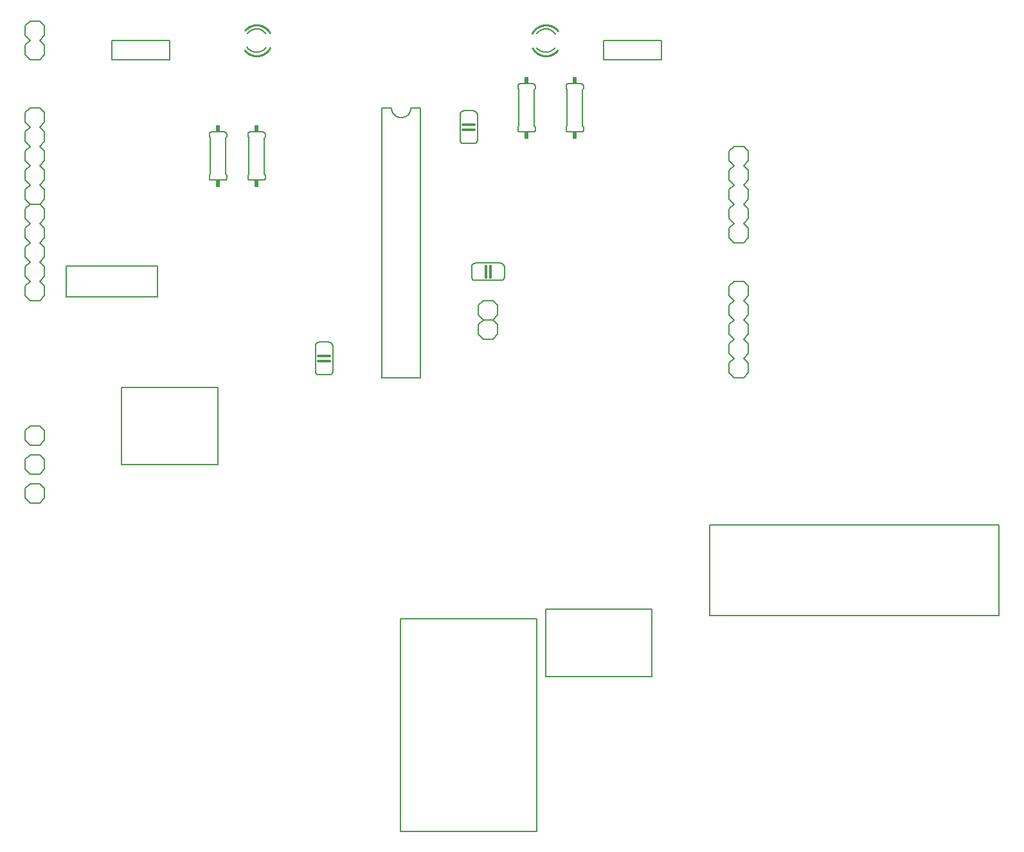
<source format=gto>
G75*
%MOIN*%
%OFA0B0*%
%FSLAX25Y25*%
%IPPOS*%
%LPD*%
%AMOC8*
5,1,8,0,0,1.08239X$1,22.5*
%
%ADD10C,0.00800*%
%ADD11C,0.00600*%
%ADD12C,0.01200*%
%ADD13C,0.01000*%
%ADD14R,0.02400X0.03400*%
%ADD15C,0.00500*%
D10*
X0013800Y0171486D02*
X0018800Y0171486D01*
X0021300Y0173986D01*
X0021300Y0178986D01*
X0018800Y0181486D01*
X0013800Y0181486D01*
X0011300Y0178986D01*
X0011300Y0173986D01*
X0013800Y0171486D01*
X0013800Y0186486D02*
X0018800Y0186486D01*
X0021300Y0188986D01*
X0021300Y0193986D01*
X0018800Y0196486D01*
X0013800Y0196486D01*
X0011300Y0193986D01*
X0011300Y0188986D01*
X0013800Y0186486D01*
X0013800Y0201486D02*
X0018800Y0201486D01*
X0021300Y0203986D01*
X0021300Y0208986D01*
X0018800Y0211486D01*
X0013800Y0211486D01*
X0011300Y0208986D01*
X0011300Y0203986D01*
X0013800Y0201486D01*
X0013800Y0276486D02*
X0011300Y0278986D01*
X0011300Y0283986D01*
X0013800Y0286486D01*
X0011300Y0288986D01*
X0011300Y0293986D01*
X0013800Y0296486D01*
X0011300Y0298986D01*
X0011300Y0303986D01*
X0013800Y0306486D01*
X0011300Y0308986D01*
X0011300Y0313986D01*
X0013800Y0316486D01*
X0011300Y0318986D01*
X0011300Y0323986D01*
X0013800Y0326486D01*
X0011300Y0328986D01*
X0011300Y0333986D01*
X0013800Y0336486D01*
X0011300Y0338986D01*
X0011300Y0343986D01*
X0013800Y0346486D01*
X0011300Y0348986D01*
X0011300Y0353986D01*
X0013800Y0356486D01*
X0011300Y0358986D01*
X0011300Y0363986D01*
X0013800Y0366486D01*
X0011300Y0368986D01*
X0011300Y0373986D01*
X0013800Y0376486D01*
X0018800Y0376486D01*
X0021300Y0373986D01*
X0021300Y0368986D01*
X0018800Y0366486D01*
X0021300Y0363986D01*
X0021300Y0358986D01*
X0018800Y0356486D01*
X0021300Y0353986D01*
X0021300Y0348986D01*
X0018800Y0346486D01*
X0021300Y0343986D01*
X0021300Y0338986D01*
X0018800Y0336486D01*
X0021300Y0333986D01*
X0021300Y0328986D01*
X0018800Y0326486D01*
X0013800Y0326486D01*
X0018800Y0326486D01*
X0021300Y0323986D01*
X0021300Y0318986D01*
X0018800Y0316486D01*
X0021300Y0313986D01*
X0021300Y0308986D01*
X0018800Y0306486D01*
X0021300Y0303986D01*
X0021300Y0298986D01*
X0018800Y0296486D01*
X0021300Y0293986D01*
X0021300Y0288986D01*
X0018800Y0286486D01*
X0021300Y0283986D01*
X0021300Y0278986D01*
X0018800Y0276486D01*
X0013800Y0276486D01*
X0013800Y0401486D02*
X0011300Y0403986D01*
X0011300Y0408986D01*
X0013800Y0411486D01*
X0011300Y0413986D01*
X0011300Y0418986D01*
X0013800Y0421486D01*
X0018800Y0421486D01*
X0021300Y0418986D01*
X0021300Y0413986D01*
X0018800Y0411486D01*
X0021300Y0408986D01*
X0021300Y0403986D01*
X0018800Y0401486D01*
X0013800Y0401486D01*
X0246300Y0273986D02*
X0246300Y0268986D01*
X0248800Y0266486D01*
X0246300Y0263986D01*
X0246300Y0258986D01*
X0248800Y0256486D01*
X0253800Y0256486D01*
X0256300Y0258986D01*
X0256300Y0263986D01*
X0253800Y0266486D01*
X0248800Y0266486D01*
X0253800Y0266486D01*
X0256300Y0268986D01*
X0256300Y0273986D01*
X0253800Y0276486D01*
X0248800Y0276486D01*
X0246300Y0273986D01*
X0376300Y0273986D02*
X0376300Y0268986D01*
X0378800Y0266486D01*
X0376300Y0263986D01*
X0376300Y0258986D01*
X0378800Y0256486D01*
X0376300Y0253986D01*
X0376300Y0248986D01*
X0378800Y0246486D01*
X0376300Y0243986D01*
X0376300Y0238986D01*
X0378800Y0236486D01*
X0383800Y0236486D01*
X0386300Y0238986D01*
X0386300Y0243986D01*
X0383800Y0246486D01*
X0386300Y0248986D01*
X0386300Y0253986D01*
X0383800Y0256486D01*
X0386300Y0258986D01*
X0386300Y0263986D01*
X0383800Y0266486D01*
X0386300Y0268986D01*
X0386300Y0273986D01*
X0383800Y0276486D01*
X0386300Y0278986D01*
X0386300Y0283986D01*
X0383800Y0286486D01*
X0378800Y0286486D01*
X0376300Y0283986D01*
X0376300Y0278986D01*
X0378800Y0276486D01*
X0376300Y0273986D01*
X0378800Y0306486D02*
X0376300Y0308986D01*
X0376300Y0313986D01*
X0378800Y0316486D01*
X0376300Y0318986D01*
X0376300Y0323986D01*
X0378800Y0326486D01*
X0376300Y0328986D01*
X0376300Y0333986D01*
X0378800Y0336486D01*
X0376300Y0338986D01*
X0376300Y0343986D01*
X0378800Y0346486D01*
X0376300Y0348986D01*
X0376300Y0353986D01*
X0378800Y0356486D01*
X0383800Y0356486D01*
X0386300Y0353986D01*
X0386300Y0348986D01*
X0383800Y0346486D01*
X0386300Y0343986D01*
X0386300Y0338986D01*
X0383800Y0336486D01*
X0386300Y0333986D01*
X0386300Y0328986D01*
X0383800Y0326486D01*
X0386300Y0323986D01*
X0386300Y0318986D01*
X0383800Y0316486D01*
X0386300Y0313986D01*
X0386300Y0308986D01*
X0383800Y0306486D01*
X0378800Y0306486D01*
D11*
X0300800Y0364986D02*
X0300800Y0366486D01*
X0300300Y0366986D01*
X0300300Y0385986D01*
X0300800Y0386486D01*
X0300800Y0387986D01*
X0300798Y0388046D01*
X0300793Y0388107D01*
X0300784Y0388166D01*
X0300771Y0388225D01*
X0300755Y0388284D01*
X0300735Y0388341D01*
X0300712Y0388396D01*
X0300685Y0388451D01*
X0300656Y0388503D01*
X0300623Y0388554D01*
X0300587Y0388603D01*
X0300549Y0388649D01*
X0300507Y0388693D01*
X0300463Y0388735D01*
X0300417Y0388773D01*
X0300368Y0388809D01*
X0300317Y0388842D01*
X0300265Y0388871D01*
X0300210Y0388898D01*
X0300155Y0388921D01*
X0300098Y0388941D01*
X0300039Y0388957D01*
X0299980Y0388970D01*
X0299921Y0388979D01*
X0299860Y0388984D01*
X0299800Y0388986D01*
X0292800Y0388986D01*
X0292740Y0388984D01*
X0292679Y0388979D01*
X0292620Y0388970D01*
X0292561Y0388957D01*
X0292502Y0388941D01*
X0292445Y0388921D01*
X0292390Y0388898D01*
X0292335Y0388871D01*
X0292283Y0388842D01*
X0292232Y0388809D01*
X0292183Y0388773D01*
X0292137Y0388735D01*
X0292093Y0388693D01*
X0292051Y0388649D01*
X0292013Y0388603D01*
X0291977Y0388554D01*
X0291944Y0388503D01*
X0291915Y0388451D01*
X0291888Y0388396D01*
X0291865Y0388341D01*
X0291845Y0388284D01*
X0291829Y0388225D01*
X0291816Y0388166D01*
X0291807Y0388107D01*
X0291802Y0388046D01*
X0291800Y0387986D01*
X0291800Y0386486D01*
X0292300Y0385986D01*
X0292300Y0366986D01*
X0291800Y0366486D01*
X0291800Y0364986D01*
X0291802Y0364926D01*
X0291807Y0364865D01*
X0291816Y0364806D01*
X0291829Y0364747D01*
X0291845Y0364688D01*
X0291865Y0364631D01*
X0291888Y0364576D01*
X0291915Y0364521D01*
X0291944Y0364469D01*
X0291977Y0364418D01*
X0292013Y0364369D01*
X0292051Y0364323D01*
X0292093Y0364279D01*
X0292137Y0364237D01*
X0292183Y0364199D01*
X0292232Y0364163D01*
X0292283Y0364130D01*
X0292335Y0364101D01*
X0292390Y0364074D01*
X0292445Y0364051D01*
X0292502Y0364031D01*
X0292561Y0364015D01*
X0292620Y0364002D01*
X0292679Y0363993D01*
X0292740Y0363988D01*
X0292800Y0363986D01*
X0299800Y0363986D01*
X0299860Y0363988D01*
X0299921Y0363993D01*
X0299980Y0364002D01*
X0300039Y0364015D01*
X0300098Y0364031D01*
X0300155Y0364051D01*
X0300210Y0364074D01*
X0300265Y0364101D01*
X0300317Y0364130D01*
X0300368Y0364163D01*
X0300417Y0364199D01*
X0300463Y0364237D01*
X0300507Y0364279D01*
X0300549Y0364323D01*
X0300587Y0364369D01*
X0300623Y0364418D01*
X0300656Y0364469D01*
X0300685Y0364521D01*
X0300712Y0364576D01*
X0300735Y0364631D01*
X0300755Y0364688D01*
X0300771Y0364747D01*
X0300784Y0364806D01*
X0300793Y0364865D01*
X0300798Y0364926D01*
X0300800Y0364986D01*
X0275800Y0364986D02*
X0275800Y0366486D01*
X0275300Y0366986D01*
X0275300Y0385986D01*
X0275800Y0386486D01*
X0275800Y0387986D01*
X0275798Y0388046D01*
X0275793Y0388107D01*
X0275784Y0388166D01*
X0275771Y0388225D01*
X0275755Y0388284D01*
X0275735Y0388341D01*
X0275712Y0388396D01*
X0275685Y0388451D01*
X0275656Y0388503D01*
X0275623Y0388554D01*
X0275587Y0388603D01*
X0275549Y0388649D01*
X0275507Y0388693D01*
X0275463Y0388735D01*
X0275417Y0388773D01*
X0275368Y0388809D01*
X0275317Y0388842D01*
X0275265Y0388871D01*
X0275210Y0388898D01*
X0275155Y0388921D01*
X0275098Y0388941D01*
X0275039Y0388957D01*
X0274980Y0388970D01*
X0274921Y0388979D01*
X0274860Y0388984D01*
X0274800Y0388986D01*
X0267800Y0388986D01*
X0267740Y0388984D01*
X0267679Y0388979D01*
X0267620Y0388970D01*
X0267561Y0388957D01*
X0267502Y0388941D01*
X0267445Y0388921D01*
X0267390Y0388898D01*
X0267335Y0388871D01*
X0267283Y0388842D01*
X0267232Y0388809D01*
X0267183Y0388773D01*
X0267137Y0388735D01*
X0267093Y0388693D01*
X0267051Y0388649D01*
X0267013Y0388603D01*
X0266977Y0388554D01*
X0266944Y0388503D01*
X0266915Y0388451D01*
X0266888Y0388396D01*
X0266865Y0388341D01*
X0266845Y0388284D01*
X0266829Y0388225D01*
X0266816Y0388166D01*
X0266807Y0388107D01*
X0266802Y0388046D01*
X0266800Y0387986D01*
X0266800Y0386486D01*
X0267300Y0385986D01*
X0267300Y0366986D01*
X0266800Y0366486D01*
X0266800Y0364986D01*
X0266802Y0364926D01*
X0266807Y0364865D01*
X0266816Y0364806D01*
X0266829Y0364747D01*
X0266845Y0364688D01*
X0266865Y0364631D01*
X0266888Y0364576D01*
X0266915Y0364521D01*
X0266944Y0364469D01*
X0266977Y0364418D01*
X0267013Y0364369D01*
X0267051Y0364323D01*
X0267093Y0364279D01*
X0267137Y0364237D01*
X0267183Y0364199D01*
X0267232Y0364163D01*
X0267283Y0364130D01*
X0267335Y0364101D01*
X0267390Y0364074D01*
X0267445Y0364051D01*
X0267502Y0364031D01*
X0267561Y0364015D01*
X0267620Y0364002D01*
X0267679Y0363993D01*
X0267740Y0363988D01*
X0267800Y0363986D01*
X0274800Y0363986D01*
X0274860Y0363988D01*
X0274921Y0363993D01*
X0274980Y0364002D01*
X0275039Y0364015D01*
X0275098Y0364031D01*
X0275155Y0364051D01*
X0275210Y0364074D01*
X0275265Y0364101D01*
X0275317Y0364130D01*
X0275368Y0364163D01*
X0275417Y0364199D01*
X0275463Y0364237D01*
X0275507Y0364279D01*
X0275549Y0364323D01*
X0275587Y0364369D01*
X0275623Y0364418D01*
X0275656Y0364469D01*
X0275685Y0364521D01*
X0275712Y0364576D01*
X0275735Y0364631D01*
X0275755Y0364688D01*
X0275771Y0364747D01*
X0275784Y0364806D01*
X0275793Y0364865D01*
X0275798Y0364926D01*
X0275800Y0364986D01*
X0245800Y0359986D02*
X0245800Y0372986D01*
X0245798Y0373073D01*
X0245792Y0373160D01*
X0245783Y0373247D01*
X0245770Y0373333D01*
X0245753Y0373419D01*
X0245732Y0373504D01*
X0245707Y0373587D01*
X0245679Y0373670D01*
X0245648Y0373751D01*
X0245613Y0373831D01*
X0245574Y0373909D01*
X0245532Y0373986D01*
X0245487Y0374061D01*
X0245438Y0374133D01*
X0245387Y0374204D01*
X0245332Y0374272D01*
X0245275Y0374337D01*
X0245214Y0374400D01*
X0245151Y0374461D01*
X0245086Y0374518D01*
X0245018Y0374573D01*
X0244947Y0374624D01*
X0244875Y0374673D01*
X0244800Y0374718D01*
X0244723Y0374760D01*
X0244645Y0374799D01*
X0244565Y0374834D01*
X0244484Y0374865D01*
X0244401Y0374893D01*
X0244318Y0374918D01*
X0244233Y0374939D01*
X0244147Y0374956D01*
X0244061Y0374969D01*
X0243974Y0374978D01*
X0243887Y0374984D01*
X0243800Y0374986D01*
X0238800Y0374986D01*
X0238713Y0374984D01*
X0238626Y0374978D01*
X0238539Y0374969D01*
X0238453Y0374956D01*
X0238367Y0374939D01*
X0238282Y0374918D01*
X0238199Y0374893D01*
X0238116Y0374865D01*
X0238035Y0374834D01*
X0237955Y0374799D01*
X0237877Y0374760D01*
X0237800Y0374718D01*
X0237725Y0374673D01*
X0237653Y0374624D01*
X0237582Y0374573D01*
X0237514Y0374518D01*
X0237449Y0374461D01*
X0237386Y0374400D01*
X0237325Y0374337D01*
X0237268Y0374272D01*
X0237213Y0374204D01*
X0237162Y0374133D01*
X0237113Y0374061D01*
X0237068Y0373986D01*
X0237026Y0373909D01*
X0236987Y0373831D01*
X0236952Y0373751D01*
X0236921Y0373670D01*
X0236893Y0373587D01*
X0236868Y0373504D01*
X0236847Y0373419D01*
X0236830Y0373333D01*
X0236817Y0373247D01*
X0236808Y0373160D01*
X0236802Y0373073D01*
X0236800Y0372986D01*
X0236800Y0359986D01*
X0236802Y0359899D01*
X0236808Y0359812D01*
X0236817Y0359725D01*
X0236830Y0359639D01*
X0236847Y0359553D01*
X0236868Y0359468D01*
X0236893Y0359385D01*
X0236921Y0359302D01*
X0236952Y0359221D01*
X0236987Y0359141D01*
X0237026Y0359063D01*
X0237068Y0358986D01*
X0237113Y0358911D01*
X0237162Y0358839D01*
X0237213Y0358768D01*
X0237268Y0358700D01*
X0237325Y0358635D01*
X0237386Y0358572D01*
X0237449Y0358511D01*
X0237514Y0358454D01*
X0237582Y0358399D01*
X0237653Y0358348D01*
X0237725Y0358299D01*
X0237800Y0358254D01*
X0237877Y0358212D01*
X0237955Y0358173D01*
X0238035Y0358138D01*
X0238116Y0358107D01*
X0238199Y0358079D01*
X0238282Y0358054D01*
X0238367Y0358033D01*
X0238453Y0358016D01*
X0238539Y0358003D01*
X0238626Y0357994D01*
X0238713Y0357988D01*
X0238800Y0357986D01*
X0243800Y0357986D01*
X0243887Y0357988D01*
X0243974Y0357994D01*
X0244061Y0358003D01*
X0244147Y0358016D01*
X0244233Y0358033D01*
X0244318Y0358054D01*
X0244401Y0358079D01*
X0244484Y0358107D01*
X0244565Y0358138D01*
X0244645Y0358173D01*
X0244723Y0358212D01*
X0244800Y0358254D01*
X0244875Y0358299D01*
X0244947Y0358348D01*
X0245018Y0358399D01*
X0245086Y0358454D01*
X0245151Y0358511D01*
X0245214Y0358572D01*
X0245275Y0358635D01*
X0245332Y0358700D01*
X0245387Y0358768D01*
X0245438Y0358839D01*
X0245487Y0358911D01*
X0245532Y0358986D01*
X0245574Y0359063D01*
X0245613Y0359141D01*
X0245648Y0359221D01*
X0245679Y0359302D01*
X0245707Y0359385D01*
X0245732Y0359468D01*
X0245753Y0359553D01*
X0245770Y0359639D01*
X0245783Y0359725D01*
X0245792Y0359812D01*
X0245798Y0359899D01*
X0245800Y0359986D01*
X0216300Y0376486D02*
X0216300Y0236486D01*
X0196300Y0236486D01*
X0196300Y0375986D01*
X0196300Y0376486D02*
X0201300Y0376486D01*
X0201302Y0376346D01*
X0201308Y0376206D01*
X0201318Y0376066D01*
X0201331Y0375926D01*
X0201349Y0375787D01*
X0201371Y0375648D01*
X0201396Y0375511D01*
X0201425Y0375373D01*
X0201458Y0375237D01*
X0201495Y0375102D01*
X0201536Y0374968D01*
X0201581Y0374835D01*
X0201629Y0374703D01*
X0201681Y0374573D01*
X0201736Y0374444D01*
X0201795Y0374317D01*
X0201858Y0374191D01*
X0201924Y0374067D01*
X0201993Y0373946D01*
X0202066Y0373826D01*
X0202143Y0373708D01*
X0202222Y0373593D01*
X0202305Y0373479D01*
X0202391Y0373369D01*
X0202480Y0373260D01*
X0202572Y0373154D01*
X0202667Y0373051D01*
X0202764Y0372950D01*
X0202865Y0372853D01*
X0202968Y0372758D01*
X0203074Y0372666D01*
X0203183Y0372577D01*
X0203293Y0372491D01*
X0203407Y0372408D01*
X0203522Y0372329D01*
X0203640Y0372252D01*
X0203760Y0372179D01*
X0203881Y0372110D01*
X0204005Y0372044D01*
X0204131Y0371981D01*
X0204258Y0371922D01*
X0204387Y0371867D01*
X0204517Y0371815D01*
X0204649Y0371767D01*
X0204782Y0371722D01*
X0204916Y0371681D01*
X0205051Y0371644D01*
X0205187Y0371611D01*
X0205325Y0371582D01*
X0205462Y0371557D01*
X0205601Y0371535D01*
X0205740Y0371517D01*
X0205880Y0371504D01*
X0206020Y0371494D01*
X0206160Y0371488D01*
X0206300Y0371486D01*
X0206440Y0371488D01*
X0206580Y0371494D01*
X0206720Y0371504D01*
X0206860Y0371517D01*
X0206999Y0371535D01*
X0207138Y0371557D01*
X0207275Y0371582D01*
X0207413Y0371611D01*
X0207549Y0371644D01*
X0207684Y0371681D01*
X0207818Y0371722D01*
X0207951Y0371767D01*
X0208083Y0371815D01*
X0208213Y0371867D01*
X0208342Y0371922D01*
X0208469Y0371981D01*
X0208595Y0372044D01*
X0208719Y0372110D01*
X0208840Y0372179D01*
X0208960Y0372252D01*
X0209078Y0372329D01*
X0209193Y0372408D01*
X0209307Y0372491D01*
X0209417Y0372577D01*
X0209526Y0372666D01*
X0209632Y0372758D01*
X0209735Y0372853D01*
X0209836Y0372950D01*
X0209933Y0373051D01*
X0210028Y0373154D01*
X0210120Y0373260D01*
X0210209Y0373369D01*
X0210295Y0373479D01*
X0210378Y0373593D01*
X0210457Y0373708D01*
X0210534Y0373826D01*
X0210607Y0373946D01*
X0210676Y0374067D01*
X0210742Y0374191D01*
X0210805Y0374317D01*
X0210864Y0374444D01*
X0210919Y0374573D01*
X0210971Y0374703D01*
X0211019Y0374835D01*
X0211064Y0374968D01*
X0211105Y0375102D01*
X0211142Y0375237D01*
X0211175Y0375373D01*
X0211204Y0375511D01*
X0211229Y0375648D01*
X0211251Y0375787D01*
X0211269Y0375926D01*
X0211282Y0376066D01*
X0211292Y0376206D01*
X0211298Y0376346D01*
X0211300Y0376486D01*
X0216300Y0376486D01*
X0281300Y0417486D02*
X0281454Y0417484D01*
X0281608Y0417478D01*
X0281762Y0417468D01*
X0281916Y0417454D01*
X0282069Y0417437D01*
X0282221Y0417415D01*
X0282373Y0417389D01*
X0282525Y0417360D01*
X0282675Y0417326D01*
X0282825Y0417289D01*
X0282973Y0417248D01*
X0283121Y0417203D01*
X0283267Y0417154D01*
X0283412Y0417102D01*
X0283555Y0417046D01*
X0283698Y0416986D01*
X0283838Y0416923D01*
X0283977Y0416856D01*
X0284114Y0416785D01*
X0284249Y0416711D01*
X0284382Y0416634D01*
X0284514Y0416553D01*
X0284643Y0416469D01*
X0284770Y0416381D01*
X0284894Y0416290D01*
X0285016Y0416197D01*
X0285136Y0416099D01*
X0285253Y0415999D01*
X0285368Y0415896D01*
X0285480Y0415790D01*
X0285589Y0415682D01*
X0285695Y0415570D01*
X0285799Y0415456D01*
X0285899Y0415339D01*
X0285997Y0415220D01*
X0286091Y0415098D01*
X0286182Y0414973D01*
X0281300Y0405486D02*
X0281148Y0405488D01*
X0280997Y0405494D01*
X0280846Y0405503D01*
X0280694Y0405517D01*
X0280544Y0405534D01*
X0280394Y0405555D01*
X0280244Y0405580D01*
X0280095Y0405608D01*
X0279947Y0405641D01*
X0279800Y0405677D01*
X0279653Y0405716D01*
X0279508Y0405760D01*
X0279364Y0405807D01*
X0279221Y0405858D01*
X0279080Y0405912D01*
X0278939Y0405970D01*
X0278801Y0406031D01*
X0278664Y0406096D01*
X0278528Y0406165D01*
X0278395Y0406236D01*
X0278263Y0406311D01*
X0278133Y0406390D01*
X0278006Y0406471D01*
X0277880Y0406556D01*
X0277756Y0406644D01*
X0277635Y0406735D01*
X0277516Y0406829D01*
X0277400Y0406927D01*
X0277286Y0407027D01*
X0277174Y0407129D01*
X0277066Y0407235D01*
X0276960Y0407343D01*
X0276856Y0407454D01*
X0276756Y0407568D01*
X0276658Y0407684D01*
X0276564Y0407803D01*
X0281300Y0405486D02*
X0281452Y0405488D01*
X0281603Y0405494D01*
X0281754Y0405503D01*
X0281906Y0405517D01*
X0282056Y0405534D01*
X0282206Y0405555D01*
X0282356Y0405580D01*
X0282505Y0405608D01*
X0282653Y0405641D01*
X0282800Y0405677D01*
X0282947Y0405716D01*
X0283092Y0405760D01*
X0283236Y0405807D01*
X0283379Y0405858D01*
X0283520Y0405912D01*
X0283661Y0405970D01*
X0283799Y0406031D01*
X0283936Y0406096D01*
X0284072Y0406165D01*
X0284205Y0406236D01*
X0284337Y0406311D01*
X0284467Y0406390D01*
X0284594Y0406471D01*
X0284720Y0406556D01*
X0284844Y0406644D01*
X0284965Y0406735D01*
X0285084Y0406829D01*
X0285200Y0406927D01*
X0285314Y0407027D01*
X0285426Y0407129D01*
X0285534Y0407235D01*
X0285640Y0407343D01*
X0285744Y0407454D01*
X0285844Y0407568D01*
X0285942Y0407684D01*
X0286036Y0407803D01*
X0281300Y0417486D02*
X0281150Y0417484D01*
X0280999Y0417478D01*
X0280849Y0417469D01*
X0280700Y0417456D01*
X0280550Y0417439D01*
X0280401Y0417418D01*
X0280253Y0417394D01*
X0280105Y0417366D01*
X0279958Y0417334D01*
X0279812Y0417299D01*
X0279667Y0417259D01*
X0279523Y0417217D01*
X0279380Y0417170D01*
X0279238Y0417120D01*
X0279097Y0417067D01*
X0278958Y0417010D01*
X0278820Y0416950D01*
X0278684Y0416886D01*
X0278550Y0416819D01*
X0278417Y0416748D01*
X0278286Y0416674D01*
X0278157Y0416597D01*
X0278030Y0416516D01*
X0277905Y0416433D01*
X0277782Y0416346D01*
X0277661Y0416257D01*
X0277543Y0416164D01*
X0277427Y0416068D01*
X0277313Y0415970D01*
X0277202Y0415869D01*
X0277093Y0415764D01*
X0276988Y0415658D01*
X0276884Y0415548D01*
X0276784Y0415436D01*
X0276686Y0415322D01*
X0276592Y0415205D01*
X0276500Y0415086D01*
X0257800Y0295986D02*
X0244800Y0295986D01*
X0244713Y0295984D01*
X0244626Y0295978D01*
X0244539Y0295969D01*
X0244453Y0295956D01*
X0244367Y0295939D01*
X0244282Y0295918D01*
X0244199Y0295893D01*
X0244116Y0295865D01*
X0244035Y0295834D01*
X0243955Y0295799D01*
X0243877Y0295760D01*
X0243800Y0295718D01*
X0243725Y0295673D01*
X0243653Y0295624D01*
X0243582Y0295573D01*
X0243514Y0295518D01*
X0243449Y0295461D01*
X0243386Y0295400D01*
X0243325Y0295337D01*
X0243268Y0295272D01*
X0243213Y0295204D01*
X0243162Y0295133D01*
X0243113Y0295061D01*
X0243068Y0294986D01*
X0243026Y0294909D01*
X0242987Y0294831D01*
X0242952Y0294751D01*
X0242921Y0294670D01*
X0242893Y0294587D01*
X0242868Y0294504D01*
X0242847Y0294419D01*
X0242830Y0294333D01*
X0242817Y0294247D01*
X0242808Y0294160D01*
X0242802Y0294073D01*
X0242800Y0293986D01*
X0242800Y0288986D01*
X0242802Y0288899D01*
X0242808Y0288812D01*
X0242817Y0288725D01*
X0242830Y0288639D01*
X0242847Y0288553D01*
X0242868Y0288468D01*
X0242893Y0288385D01*
X0242921Y0288302D01*
X0242952Y0288221D01*
X0242987Y0288141D01*
X0243026Y0288063D01*
X0243068Y0287986D01*
X0243113Y0287911D01*
X0243162Y0287839D01*
X0243213Y0287768D01*
X0243268Y0287700D01*
X0243325Y0287635D01*
X0243386Y0287572D01*
X0243449Y0287511D01*
X0243514Y0287454D01*
X0243582Y0287399D01*
X0243653Y0287348D01*
X0243725Y0287299D01*
X0243800Y0287254D01*
X0243877Y0287212D01*
X0243955Y0287173D01*
X0244035Y0287138D01*
X0244116Y0287107D01*
X0244199Y0287079D01*
X0244282Y0287054D01*
X0244367Y0287033D01*
X0244453Y0287016D01*
X0244539Y0287003D01*
X0244626Y0286994D01*
X0244713Y0286988D01*
X0244800Y0286986D01*
X0257800Y0286986D01*
X0257887Y0286988D01*
X0257974Y0286994D01*
X0258061Y0287003D01*
X0258147Y0287016D01*
X0258233Y0287033D01*
X0258318Y0287054D01*
X0258401Y0287079D01*
X0258484Y0287107D01*
X0258565Y0287138D01*
X0258645Y0287173D01*
X0258723Y0287212D01*
X0258800Y0287254D01*
X0258875Y0287299D01*
X0258947Y0287348D01*
X0259018Y0287399D01*
X0259086Y0287454D01*
X0259151Y0287511D01*
X0259214Y0287572D01*
X0259275Y0287635D01*
X0259332Y0287700D01*
X0259387Y0287768D01*
X0259438Y0287839D01*
X0259487Y0287911D01*
X0259532Y0287986D01*
X0259574Y0288063D01*
X0259613Y0288141D01*
X0259648Y0288221D01*
X0259679Y0288302D01*
X0259707Y0288385D01*
X0259732Y0288468D01*
X0259753Y0288553D01*
X0259770Y0288639D01*
X0259783Y0288725D01*
X0259792Y0288812D01*
X0259798Y0288899D01*
X0259800Y0288986D01*
X0259800Y0293986D01*
X0259798Y0294073D01*
X0259792Y0294160D01*
X0259783Y0294247D01*
X0259770Y0294333D01*
X0259753Y0294419D01*
X0259732Y0294504D01*
X0259707Y0294587D01*
X0259679Y0294670D01*
X0259648Y0294751D01*
X0259613Y0294831D01*
X0259574Y0294909D01*
X0259532Y0294986D01*
X0259487Y0295061D01*
X0259438Y0295133D01*
X0259387Y0295204D01*
X0259332Y0295272D01*
X0259275Y0295337D01*
X0259214Y0295400D01*
X0259151Y0295461D01*
X0259086Y0295518D01*
X0259018Y0295573D01*
X0258947Y0295624D01*
X0258875Y0295673D01*
X0258800Y0295718D01*
X0258723Y0295760D01*
X0258645Y0295799D01*
X0258565Y0295834D01*
X0258484Y0295865D01*
X0258401Y0295893D01*
X0258318Y0295918D01*
X0258233Y0295939D01*
X0258147Y0295956D01*
X0258061Y0295969D01*
X0257974Y0295978D01*
X0257887Y0295984D01*
X0257800Y0295986D01*
X0170800Y0252986D02*
X0170800Y0239986D01*
X0170798Y0239899D01*
X0170792Y0239812D01*
X0170783Y0239725D01*
X0170770Y0239639D01*
X0170753Y0239553D01*
X0170732Y0239468D01*
X0170707Y0239385D01*
X0170679Y0239302D01*
X0170648Y0239221D01*
X0170613Y0239141D01*
X0170574Y0239063D01*
X0170532Y0238986D01*
X0170487Y0238911D01*
X0170438Y0238839D01*
X0170387Y0238768D01*
X0170332Y0238700D01*
X0170275Y0238635D01*
X0170214Y0238572D01*
X0170151Y0238511D01*
X0170086Y0238454D01*
X0170018Y0238399D01*
X0169947Y0238348D01*
X0169875Y0238299D01*
X0169800Y0238254D01*
X0169723Y0238212D01*
X0169645Y0238173D01*
X0169565Y0238138D01*
X0169484Y0238107D01*
X0169401Y0238079D01*
X0169318Y0238054D01*
X0169233Y0238033D01*
X0169147Y0238016D01*
X0169061Y0238003D01*
X0168974Y0237994D01*
X0168887Y0237988D01*
X0168800Y0237986D01*
X0163800Y0237986D01*
X0163713Y0237988D01*
X0163626Y0237994D01*
X0163539Y0238003D01*
X0163453Y0238016D01*
X0163367Y0238033D01*
X0163282Y0238054D01*
X0163199Y0238079D01*
X0163116Y0238107D01*
X0163035Y0238138D01*
X0162955Y0238173D01*
X0162877Y0238212D01*
X0162800Y0238254D01*
X0162725Y0238299D01*
X0162653Y0238348D01*
X0162582Y0238399D01*
X0162514Y0238454D01*
X0162449Y0238511D01*
X0162386Y0238572D01*
X0162325Y0238635D01*
X0162268Y0238700D01*
X0162213Y0238768D01*
X0162162Y0238839D01*
X0162113Y0238911D01*
X0162068Y0238986D01*
X0162026Y0239063D01*
X0161987Y0239141D01*
X0161952Y0239221D01*
X0161921Y0239302D01*
X0161893Y0239385D01*
X0161868Y0239468D01*
X0161847Y0239553D01*
X0161830Y0239639D01*
X0161817Y0239725D01*
X0161808Y0239812D01*
X0161802Y0239899D01*
X0161800Y0239986D01*
X0161800Y0252986D01*
X0161802Y0253073D01*
X0161808Y0253160D01*
X0161817Y0253247D01*
X0161830Y0253333D01*
X0161847Y0253419D01*
X0161868Y0253504D01*
X0161893Y0253587D01*
X0161921Y0253670D01*
X0161952Y0253751D01*
X0161987Y0253831D01*
X0162026Y0253909D01*
X0162068Y0253986D01*
X0162113Y0254061D01*
X0162162Y0254133D01*
X0162213Y0254204D01*
X0162268Y0254272D01*
X0162325Y0254337D01*
X0162386Y0254400D01*
X0162449Y0254461D01*
X0162514Y0254518D01*
X0162582Y0254573D01*
X0162653Y0254624D01*
X0162725Y0254673D01*
X0162800Y0254718D01*
X0162877Y0254760D01*
X0162955Y0254799D01*
X0163035Y0254834D01*
X0163116Y0254865D01*
X0163199Y0254893D01*
X0163282Y0254918D01*
X0163367Y0254939D01*
X0163453Y0254956D01*
X0163539Y0254969D01*
X0163626Y0254978D01*
X0163713Y0254984D01*
X0163800Y0254986D01*
X0168800Y0254986D01*
X0168887Y0254984D01*
X0168974Y0254978D01*
X0169061Y0254969D01*
X0169147Y0254956D01*
X0169233Y0254939D01*
X0169318Y0254918D01*
X0169401Y0254893D01*
X0169484Y0254865D01*
X0169565Y0254834D01*
X0169645Y0254799D01*
X0169723Y0254760D01*
X0169800Y0254718D01*
X0169875Y0254673D01*
X0169947Y0254624D01*
X0170018Y0254573D01*
X0170086Y0254518D01*
X0170151Y0254461D01*
X0170214Y0254400D01*
X0170275Y0254337D01*
X0170332Y0254272D01*
X0170387Y0254204D01*
X0170438Y0254133D01*
X0170487Y0254061D01*
X0170532Y0253986D01*
X0170574Y0253909D01*
X0170613Y0253831D01*
X0170648Y0253751D01*
X0170679Y0253670D01*
X0170707Y0253587D01*
X0170732Y0253504D01*
X0170753Y0253419D01*
X0170770Y0253333D01*
X0170783Y0253247D01*
X0170792Y0253160D01*
X0170798Y0253073D01*
X0170800Y0252986D01*
X0134800Y0338986D02*
X0127800Y0338986D01*
X0127740Y0338988D01*
X0127679Y0338993D01*
X0127620Y0339002D01*
X0127561Y0339015D01*
X0127502Y0339031D01*
X0127445Y0339051D01*
X0127390Y0339074D01*
X0127335Y0339101D01*
X0127283Y0339130D01*
X0127232Y0339163D01*
X0127183Y0339199D01*
X0127137Y0339237D01*
X0127093Y0339279D01*
X0127051Y0339323D01*
X0127013Y0339369D01*
X0126977Y0339418D01*
X0126944Y0339469D01*
X0126915Y0339521D01*
X0126888Y0339576D01*
X0126865Y0339631D01*
X0126845Y0339688D01*
X0126829Y0339747D01*
X0126816Y0339806D01*
X0126807Y0339865D01*
X0126802Y0339926D01*
X0126800Y0339986D01*
X0126800Y0341486D01*
X0127300Y0341986D01*
X0127300Y0360986D01*
X0126800Y0361486D01*
X0126800Y0362986D01*
X0126802Y0363046D01*
X0126807Y0363107D01*
X0126816Y0363166D01*
X0126829Y0363225D01*
X0126845Y0363284D01*
X0126865Y0363341D01*
X0126888Y0363396D01*
X0126915Y0363451D01*
X0126944Y0363503D01*
X0126977Y0363554D01*
X0127013Y0363603D01*
X0127051Y0363649D01*
X0127093Y0363693D01*
X0127137Y0363735D01*
X0127183Y0363773D01*
X0127232Y0363809D01*
X0127283Y0363842D01*
X0127335Y0363871D01*
X0127390Y0363898D01*
X0127445Y0363921D01*
X0127502Y0363941D01*
X0127561Y0363957D01*
X0127620Y0363970D01*
X0127679Y0363979D01*
X0127740Y0363984D01*
X0127800Y0363986D01*
X0134800Y0363986D01*
X0134860Y0363984D01*
X0134921Y0363979D01*
X0134980Y0363970D01*
X0135039Y0363957D01*
X0135098Y0363941D01*
X0135155Y0363921D01*
X0135210Y0363898D01*
X0135265Y0363871D01*
X0135317Y0363842D01*
X0135368Y0363809D01*
X0135417Y0363773D01*
X0135463Y0363735D01*
X0135507Y0363693D01*
X0135549Y0363649D01*
X0135587Y0363603D01*
X0135623Y0363554D01*
X0135656Y0363503D01*
X0135685Y0363451D01*
X0135712Y0363396D01*
X0135735Y0363341D01*
X0135755Y0363284D01*
X0135771Y0363225D01*
X0135784Y0363166D01*
X0135793Y0363107D01*
X0135798Y0363046D01*
X0135800Y0362986D01*
X0135800Y0361486D01*
X0135300Y0360986D01*
X0135300Y0341986D01*
X0135800Y0341486D01*
X0135800Y0339986D01*
X0135798Y0339926D01*
X0135793Y0339865D01*
X0135784Y0339806D01*
X0135771Y0339747D01*
X0135755Y0339688D01*
X0135735Y0339631D01*
X0135712Y0339576D01*
X0135685Y0339521D01*
X0135656Y0339469D01*
X0135623Y0339418D01*
X0135587Y0339369D01*
X0135549Y0339323D01*
X0135507Y0339279D01*
X0135463Y0339237D01*
X0135417Y0339199D01*
X0135368Y0339163D01*
X0135317Y0339130D01*
X0135265Y0339101D01*
X0135210Y0339074D01*
X0135155Y0339051D01*
X0135098Y0339031D01*
X0135039Y0339015D01*
X0134980Y0339002D01*
X0134921Y0338993D01*
X0134860Y0338988D01*
X0134800Y0338986D01*
X0115800Y0339986D02*
X0115800Y0341486D01*
X0115300Y0341986D01*
X0115300Y0360986D01*
X0115800Y0361486D01*
X0115800Y0362986D01*
X0115798Y0363046D01*
X0115793Y0363107D01*
X0115784Y0363166D01*
X0115771Y0363225D01*
X0115755Y0363284D01*
X0115735Y0363341D01*
X0115712Y0363396D01*
X0115685Y0363451D01*
X0115656Y0363503D01*
X0115623Y0363554D01*
X0115587Y0363603D01*
X0115549Y0363649D01*
X0115507Y0363693D01*
X0115463Y0363735D01*
X0115417Y0363773D01*
X0115368Y0363809D01*
X0115317Y0363842D01*
X0115265Y0363871D01*
X0115210Y0363898D01*
X0115155Y0363921D01*
X0115098Y0363941D01*
X0115039Y0363957D01*
X0114980Y0363970D01*
X0114921Y0363979D01*
X0114860Y0363984D01*
X0114800Y0363986D01*
X0107800Y0363986D01*
X0107740Y0363984D01*
X0107679Y0363979D01*
X0107620Y0363970D01*
X0107561Y0363957D01*
X0107502Y0363941D01*
X0107445Y0363921D01*
X0107390Y0363898D01*
X0107335Y0363871D01*
X0107283Y0363842D01*
X0107232Y0363809D01*
X0107183Y0363773D01*
X0107137Y0363735D01*
X0107093Y0363693D01*
X0107051Y0363649D01*
X0107013Y0363603D01*
X0106977Y0363554D01*
X0106944Y0363503D01*
X0106915Y0363451D01*
X0106888Y0363396D01*
X0106865Y0363341D01*
X0106845Y0363284D01*
X0106829Y0363225D01*
X0106816Y0363166D01*
X0106807Y0363107D01*
X0106802Y0363046D01*
X0106800Y0362986D01*
X0106800Y0361486D01*
X0107300Y0360986D01*
X0107300Y0341986D01*
X0106800Y0341486D01*
X0106800Y0339986D01*
X0106802Y0339926D01*
X0106807Y0339865D01*
X0106816Y0339806D01*
X0106829Y0339747D01*
X0106845Y0339688D01*
X0106865Y0339631D01*
X0106888Y0339576D01*
X0106915Y0339521D01*
X0106944Y0339469D01*
X0106977Y0339418D01*
X0107013Y0339369D01*
X0107051Y0339323D01*
X0107093Y0339279D01*
X0107137Y0339237D01*
X0107183Y0339199D01*
X0107232Y0339163D01*
X0107283Y0339130D01*
X0107335Y0339101D01*
X0107390Y0339074D01*
X0107445Y0339051D01*
X0107502Y0339031D01*
X0107561Y0339015D01*
X0107620Y0339002D01*
X0107679Y0338993D01*
X0107740Y0338988D01*
X0107800Y0338986D01*
X0114800Y0338986D01*
X0114860Y0338988D01*
X0114921Y0338993D01*
X0114980Y0339002D01*
X0115039Y0339015D01*
X0115098Y0339031D01*
X0115155Y0339051D01*
X0115210Y0339074D01*
X0115265Y0339101D01*
X0115317Y0339130D01*
X0115368Y0339163D01*
X0115417Y0339199D01*
X0115463Y0339237D01*
X0115507Y0339279D01*
X0115549Y0339323D01*
X0115587Y0339369D01*
X0115623Y0339418D01*
X0115656Y0339469D01*
X0115685Y0339521D01*
X0115712Y0339576D01*
X0115735Y0339631D01*
X0115755Y0339688D01*
X0115771Y0339747D01*
X0115784Y0339806D01*
X0115793Y0339865D01*
X0115798Y0339926D01*
X0115800Y0339986D01*
X0136036Y0415169D02*
X0135942Y0415288D01*
X0135844Y0415404D01*
X0135744Y0415518D01*
X0135640Y0415629D01*
X0135534Y0415737D01*
X0135426Y0415843D01*
X0135314Y0415945D01*
X0135200Y0416045D01*
X0135084Y0416143D01*
X0134965Y0416237D01*
X0134844Y0416328D01*
X0134720Y0416416D01*
X0134594Y0416501D01*
X0134467Y0416582D01*
X0134337Y0416661D01*
X0134205Y0416736D01*
X0134072Y0416807D01*
X0133936Y0416876D01*
X0133799Y0416941D01*
X0133661Y0417002D01*
X0133520Y0417060D01*
X0133379Y0417114D01*
X0133236Y0417165D01*
X0133092Y0417212D01*
X0132947Y0417256D01*
X0132800Y0417295D01*
X0132653Y0417331D01*
X0132505Y0417364D01*
X0132356Y0417392D01*
X0132206Y0417417D01*
X0132056Y0417438D01*
X0131906Y0417455D01*
X0131754Y0417469D01*
X0131603Y0417478D01*
X0131452Y0417484D01*
X0131300Y0417486D01*
X0136100Y0407886D02*
X0136008Y0407767D01*
X0135914Y0407650D01*
X0135816Y0407536D01*
X0135716Y0407424D01*
X0135612Y0407314D01*
X0135507Y0407208D01*
X0135398Y0407103D01*
X0135287Y0407002D01*
X0135173Y0406904D01*
X0135057Y0406808D01*
X0134939Y0406715D01*
X0134818Y0406626D01*
X0134695Y0406539D01*
X0134570Y0406456D01*
X0134443Y0406375D01*
X0134314Y0406298D01*
X0134183Y0406224D01*
X0134050Y0406153D01*
X0133916Y0406086D01*
X0133780Y0406022D01*
X0133642Y0405962D01*
X0133503Y0405905D01*
X0133362Y0405852D01*
X0133220Y0405802D01*
X0133077Y0405755D01*
X0132933Y0405713D01*
X0132788Y0405673D01*
X0132642Y0405638D01*
X0132495Y0405606D01*
X0132347Y0405578D01*
X0132199Y0405554D01*
X0132050Y0405533D01*
X0131900Y0405516D01*
X0131751Y0405503D01*
X0131601Y0405494D01*
X0131450Y0405488D01*
X0131300Y0405486D01*
X0126564Y0415169D02*
X0126658Y0415288D01*
X0126756Y0415404D01*
X0126856Y0415518D01*
X0126960Y0415629D01*
X0127066Y0415737D01*
X0127174Y0415843D01*
X0127286Y0415945D01*
X0127400Y0416045D01*
X0127516Y0416143D01*
X0127635Y0416237D01*
X0127756Y0416328D01*
X0127880Y0416416D01*
X0128006Y0416501D01*
X0128133Y0416582D01*
X0128263Y0416661D01*
X0128395Y0416736D01*
X0128528Y0416807D01*
X0128664Y0416876D01*
X0128801Y0416941D01*
X0128939Y0417002D01*
X0129080Y0417060D01*
X0129221Y0417114D01*
X0129364Y0417165D01*
X0129508Y0417212D01*
X0129653Y0417256D01*
X0129800Y0417295D01*
X0129947Y0417331D01*
X0130095Y0417364D01*
X0130244Y0417392D01*
X0130394Y0417417D01*
X0130544Y0417438D01*
X0130694Y0417455D01*
X0130846Y0417469D01*
X0130997Y0417478D01*
X0131148Y0417484D01*
X0131300Y0417486D01*
X0126418Y0407999D02*
X0126509Y0407874D01*
X0126603Y0407752D01*
X0126701Y0407633D01*
X0126801Y0407516D01*
X0126905Y0407402D01*
X0127011Y0407290D01*
X0127120Y0407182D01*
X0127232Y0407076D01*
X0127347Y0406973D01*
X0127464Y0406873D01*
X0127584Y0406775D01*
X0127706Y0406682D01*
X0127830Y0406591D01*
X0127957Y0406503D01*
X0128086Y0406419D01*
X0128218Y0406338D01*
X0128351Y0406261D01*
X0128486Y0406187D01*
X0128623Y0406116D01*
X0128762Y0406049D01*
X0128902Y0405986D01*
X0129045Y0405926D01*
X0129188Y0405870D01*
X0129333Y0405818D01*
X0129479Y0405769D01*
X0129627Y0405724D01*
X0129775Y0405683D01*
X0129925Y0405646D01*
X0130075Y0405612D01*
X0130227Y0405583D01*
X0130379Y0405557D01*
X0130531Y0405535D01*
X0130684Y0405518D01*
X0130838Y0405504D01*
X0130992Y0405494D01*
X0131146Y0405488D01*
X0131300Y0405486D01*
D12*
X0238300Y0367786D02*
X0244300Y0367786D01*
X0244300Y0365286D02*
X0238300Y0365286D01*
X0250100Y0294486D02*
X0250100Y0288486D01*
X0252600Y0288486D02*
X0252600Y0294486D01*
X0169300Y0247686D02*
X0163300Y0247686D01*
X0163300Y0245186D02*
X0169300Y0245186D01*
D13*
X0138246Y0415455D02*
X0138147Y0415624D01*
X0138043Y0415790D01*
X0137936Y0415954D01*
X0137825Y0416115D01*
X0137710Y0416273D01*
X0137591Y0416428D01*
X0137468Y0416581D01*
X0137342Y0416730D01*
X0137212Y0416876D01*
X0137078Y0417019D01*
X0136941Y0417159D01*
X0136801Y0417295D01*
X0136657Y0417428D01*
X0136510Y0417557D01*
X0136360Y0417683D01*
X0136207Y0417804D01*
X0136051Y0417923D01*
X0135892Y0418037D01*
X0135731Y0418147D01*
X0135566Y0418253D01*
X0135400Y0418356D01*
X0135230Y0418454D01*
X0135059Y0418548D01*
X0134885Y0418638D01*
X0134709Y0418723D01*
X0134531Y0418805D01*
X0134351Y0418881D01*
X0134169Y0418954D01*
X0133986Y0419022D01*
X0133801Y0419085D01*
X0133614Y0419144D01*
X0133426Y0419198D01*
X0133237Y0419248D01*
X0133047Y0419293D01*
X0132855Y0419333D01*
X0132663Y0419369D01*
X0132470Y0419400D01*
X0132276Y0419426D01*
X0132081Y0419448D01*
X0131886Y0419464D01*
X0131691Y0419476D01*
X0131495Y0419484D01*
X0131300Y0419486D01*
X0138359Y0407721D02*
X0138266Y0407553D01*
X0138170Y0407387D01*
X0138070Y0407223D01*
X0137965Y0407062D01*
X0137857Y0406903D01*
X0137745Y0406747D01*
X0137629Y0406593D01*
X0137510Y0406443D01*
X0137387Y0406295D01*
X0137261Y0406150D01*
X0137131Y0406009D01*
X0136998Y0405870D01*
X0136861Y0405735D01*
X0136721Y0405603D01*
X0136579Y0405475D01*
X0136433Y0405350D01*
X0136284Y0405228D01*
X0136132Y0405110D01*
X0135978Y0404996D01*
X0135820Y0404886D01*
X0135661Y0404779D01*
X0135498Y0404676D01*
X0135333Y0404577D01*
X0135166Y0404482D01*
X0134997Y0404392D01*
X0134826Y0404305D01*
X0134652Y0404222D01*
X0134477Y0404144D01*
X0134299Y0404070D01*
X0134120Y0404000D01*
X0133940Y0403934D01*
X0133758Y0403873D01*
X0133574Y0403816D01*
X0133389Y0403764D01*
X0133203Y0403716D01*
X0133016Y0403672D01*
X0132828Y0403633D01*
X0132639Y0403599D01*
X0132449Y0403569D01*
X0132259Y0403544D01*
X0132068Y0403523D01*
X0131876Y0403507D01*
X0131684Y0403495D01*
X0131492Y0403488D01*
X0131300Y0403486D01*
X0125193Y0416654D02*
X0125320Y0416800D01*
X0125449Y0416942D01*
X0125583Y0417082D01*
X0125719Y0417218D01*
X0125859Y0417351D01*
X0126002Y0417481D01*
X0126149Y0417607D01*
X0126298Y0417729D01*
X0126450Y0417848D01*
X0126605Y0417963D01*
X0126762Y0418075D01*
X0126922Y0418182D01*
X0127085Y0418286D01*
X0127251Y0418385D01*
X0127418Y0418481D01*
X0127588Y0418573D01*
X0127760Y0418660D01*
X0127934Y0418744D01*
X0128110Y0418823D01*
X0128288Y0418897D01*
X0128468Y0418968D01*
X0128649Y0419034D01*
X0128832Y0419096D01*
X0129016Y0419153D01*
X0129202Y0419206D01*
X0129389Y0419254D01*
X0129577Y0419298D01*
X0129766Y0419337D01*
X0129956Y0419372D01*
X0130146Y0419402D01*
X0130337Y0419428D01*
X0130529Y0419449D01*
X0130722Y0419465D01*
X0130914Y0419477D01*
X0131107Y0419484D01*
X0131300Y0419486D01*
X0125154Y0406364D02*
X0125281Y0406216D01*
X0125411Y0406071D01*
X0125544Y0405930D01*
X0125681Y0405791D01*
X0125821Y0405656D01*
X0125965Y0405525D01*
X0126112Y0405397D01*
X0126261Y0405272D01*
X0126414Y0405151D01*
X0126569Y0405034D01*
X0126728Y0404921D01*
X0126889Y0404812D01*
X0127053Y0404707D01*
X0127219Y0404605D01*
X0127388Y0404508D01*
X0127558Y0404415D01*
X0127732Y0404326D01*
X0127907Y0404241D01*
X0128084Y0404161D01*
X0128263Y0404085D01*
X0128444Y0404013D01*
X0128627Y0403946D01*
X0128811Y0403883D01*
X0128997Y0403825D01*
X0129184Y0403771D01*
X0129372Y0403722D01*
X0129562Y0403677D01*
X0129752Y0403637D01*
X0129944Y0403602D01*
X0130136Y0403571D01*
X0130329Y0403545D01*
X0130523Y0403524D01*
X0130717Y0403507D01*
X0130911Y0403495D01*
X0131105Y0403488D01*
X0131300Y0403486D01*
X0274354Y0407517D02*
X0274453Y0407348D01*
X0274557Y0407182D01*
X0274664Y0407018D01*
X0274775Y0406857D01*
X0274890Y0406699D01*
X0275009Y0406544D01*
X0275132Y0406391D01*
X0275258Y0406242D01*
X0275388Y0406096D01*
X0275522Y0405953D01*
X0275659Y0405813D01*
X0275799Y0405677D01*
X0275943Y0405544D01*
X0276090Y0405415D01*
X0276240Y0405289D01*
X0276393Y0405168D01*
X0276549Y0405049D01*
X0276708Y0404935D01*
X0276869Y0404825D01*
X0277034Y0404719D01*
X0277200Y0404616D01*
X0277370Y0404518D01*
X0277541Y0404424D01*
X0277715Y0404334D01*
X0277891Y0404249D01*
X0278069Y0404167D01*
X0278249Y0404091D01*
X0278431Y0404018D01*
X0278614Y0403950D01*
X0278799Y0403887D01*
X0278986Y0403828D01*
X0279174Y0403774D01*
X0279363Y0403724D01*
X0279553Y0403679D01*
X0279745Y0403639D01*
X0279937Y0403603D01*
X0280130Y0403572D01*
X0280324Y0403546D01*
X0280519Y0403524D01*
X0280714Y0403508D01*
X0280909Y0403496D01*
X0281105Y0403488D01*
X0281300Y0403486D01*
X0274241Y0415251D02*
X0274334Y0415419D01*
X0274430Y0415585D01*
X0274530Y0415749D01*
X0274635Y0415910D01*
X0274743Y0416069D01*
X0274855Y0416225D01*
X0274971Y0416379D01*
X0275090Y0416529D01*
X0275213Y0416677D01*
X0275339Y0416822D01*
X0275469Y0416963D01*
X0275602Y0417102D01*
X0275739Y0417237D01*
X0275879Y0417369D01*
X0276021Y0417497D01*
X0276167Y0417622D01*
X0276316Y0417744D01*
X0276468Y0417862D01*
X0276622Y0417976D01*
X0276780Y0418086D01*
X0276939Y0418193D01*
X0277102Y0418296D01*
X0277267Y0418395D01*
X0277434Y0418490D01*
X0277603Y0418580D01*
X0277774Y0418667D01*
X0277948Y0418750D01*
X0278123Y0418828D01*
X0278301Y0418902D01*
X0278480Y0418972D01*
X0278660Y0419038D01*
X0278842Y0419099D01*
X0279026Y0419156D01*
X0279211Y0419208D01*
X0279397Y0419256D01*
X0279584Y0419300D01*
X0279772Y0419339D01*
X0279961Y0419373D01*
X0280151Y0419403D01*
X0280341Y0419428D01*
X0280532Y0419449D01*
X0280724Y0419465D01*
X0280916Y0419477D01*
X0281108Y0419484D01*
X0281300Y0419486D01*
X0287407Y0406318D02*
X0287280Y0406172D01*
X0287151Y0406030D01*
X0287017Y0405890D01*
X0286881Y0405754D01*
X0286741Y0405621D01*
X0286598Y0405491D01*
X0286451Y0405365D01*
X0286302Y0405243D01*
X0286150Y0405124D01*
X0285995Y0405009D01*
X0285838Y0404897D01*
X0285678Y0404790D01*
X0285515Y0404686D01*
X0285349Y0404587D01*
X0285182Y0404491D01*
X0285012Y0404399D01*
X0284840Y0404312D01*
X0284666Y0404228D01*
X0284490Y0404149D01*
X0284312Y0404075D01*
X0284132Y0404004D01*
X0283951Y0403938D01*
X0283768Y0403876D01*
X0283584Y0403819D01*
X0283398Y0403766D01*
X0283211Y0403718D01*
X0283023Y0403674D01*
X0282834Y0403635D01*
X0282644Y0403600D01*
X0282454Y0403570D01*
X0282263Y0403544D01*
X0282071Y0403523D01*
X0281878Y0403507D01*
X0281686Y0403495D01*
X0281493Y0403488D01*
X0281300Y0403486D01*
X0287446Y0416608D02*
X0287319Y0416756D01*
X0287189Y0416901D01*
X0287056Y0417042D01*
X0286919Y0417181D01*
X0286779Y0417316D01*
X0286635Y0417447D01*
X0286488Y0417575D01*
X0286339Y0417700D01*
X0286186Y0417821D01*
X0286031Y0417938D01*
X0285872Y0418051D01*
X0285711Y0418160D01*
X0285547Y0418265D01*
X0285381Y0418367D01*
X0285212Y0418464D01*
X0285042Y0418557D01*
X0284868Y0418646D01*
X0284693Y0418731D01*
X0284516Y0418811D01*
X0284337Y0418887D01*
X0284156Y0418959D01*
X0283973Y0419026D01*
X0283789Y0419089D01*
X0283603Y0419147D01*
X0283416Y0419201D01*
X0283228Y0419250D01*
X0283038Y0419295D01*
X0282848Y0419335D01*
X0282656Y0419370D01*
X0282464Y0419401D01*
X0282271Y0419427D01*
X0282077Y0419448D01*
X0281883Y0419465D01*
X0281689Y0419477D01*
X0281495Y0419484D01*
X0281300Y0419486D01*
D14*
X0271300Y0390686D03*
X0296300Y0390686D03*
X0296300Y0362286D03*
X0271300Y0362286D03*
X0131300Y0365686D03*
X0111300Y0365686D03*
X0111300Y0337286D03*
X0131300Y0337286D03*
D15*
X0079922Y0294360D02*
X0032678Y0294360D01*
X0032678Y0278612D01*
X0079922Y0278612D01*
X0079922Y0294360D01*
X0061300Y0231486D02*
X0061300Y0191486D01*
X0111300Y0191486D01*
X0111300Y0231486D01*
X0061300Y0231486D01*
X0205867Y0111486D02*
X0205867Y0001250D01*
X0276733Y0001250D01*
X0276733Y0111486D01*
X0205867Y0111486D01*
X0281300Y0116486D02*
X0281300Y0081486D01*
X0336300Y0081486D01*
X0336300Y0116486D01*
X0281300Y0116486D01*
X0366300Y0112986D02*
X0516300Y0112986D01*
X0516300Y0159986D01*
X0366300Y0159986D01*
X0366300Y0112986D01*
X0341300Y0401486D02*
X0311300Y0401486D01*
X0311300Y0411486D01*
X0341300Y0411486D01*
X0341300Y0401486D01*
X0086300Y0401486D02*
X0086300Y0411486D01*
X0056300Y0411486D01*
X0056300Y0401486D01*
X0086300Y0401486D01*
M02*

</source>
